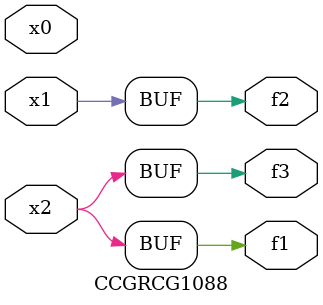
<source format=v>
module CCGRCG1088(
	input x0, x1, x2,
	output f1, f2, f3
);
	assign f1 = x2;
	assign f2 = x1;
	assign f3 = x2;
endmodule

</source>
